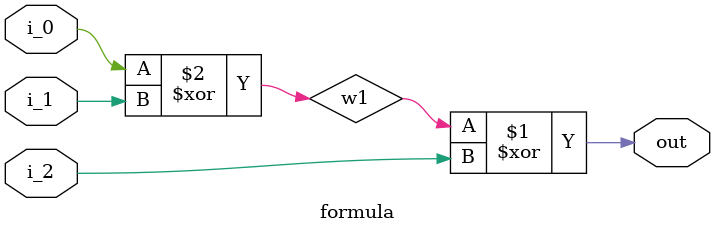
<source format=v>
module formula(i_0,i_1,i_2,out);
	input i_0 ,i_1 ,i_2;
	wire w1;
	output out;
	assign out = (w1 ^ i_2) ;
	assign w1 = (i_0 ^ i_1) ;
endmodule

</source>
